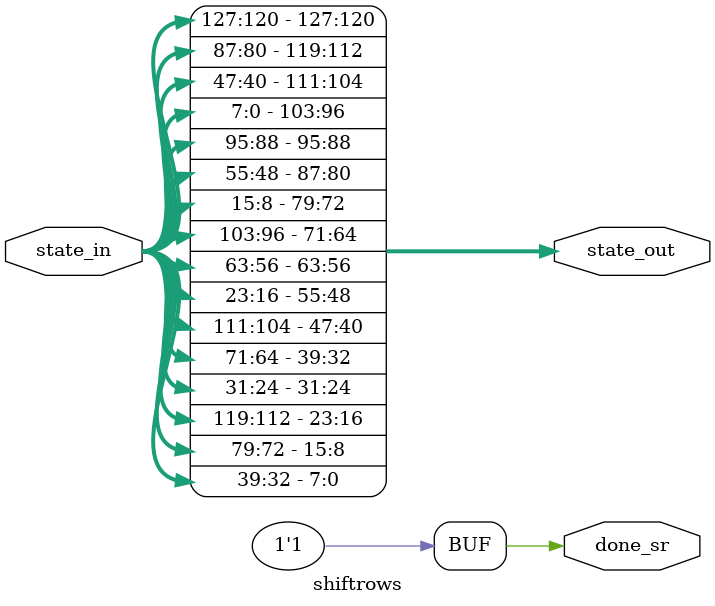
<source format=v>
module shiftrows (
    input  [127:0] state_in,
    output [127:0] state_out,
    output         done_sr
);

  // Reorganização dos bytes conforme ShiftRows padrão AES
  assign state_out = {
    state_in[127:120], // b0
    state_in[87:80],   // b5
    state_in[47:40],   // b10
    state_in[7:0],     // b15

    state_in[95:88],   // b4
    state_in[55:48],   // b9
    state_in[15:8],    // b14
    state_in[103:96],  // b3

    state_in[63:56],   // b8
    state_in[23:16],   // b13
    state_in[111:104], // b2
    state_in[71:64],   // b7

    state_in[31:24],   // b12
    state_in[119:112], // b1
    state_in[79:72],   // b6
    state_in[39:32]    // b11
  };

  // Como é combinacional, a saída está sempre pronta
  assign done_sr = 1'b1;

endmodule


</source>
